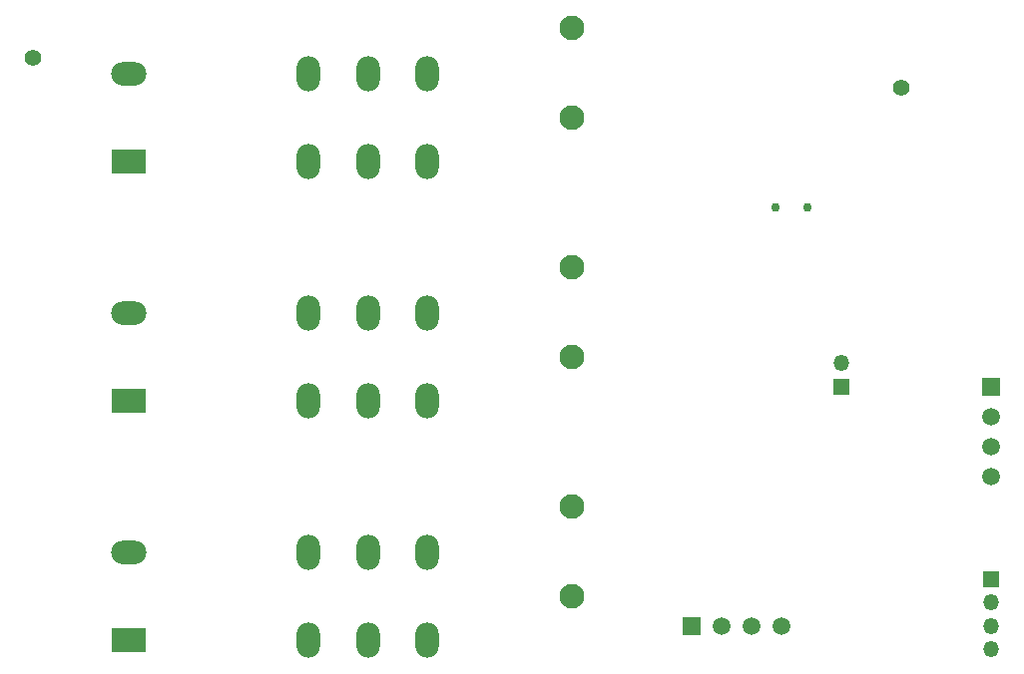
<source format=gbr>
%TF.GenerationSoftware,KiCad,Pcbnew,7.0.9*%
%TF.CreationDate,2023-12-03T00:18:19-03:00*%
%TF.ProjectId,E3,45332e6b-6963-4616-945f-706362585858,rev?*%
%TF.SameCoordinates,Original*%
%TF.FileFunction,Soldermask,Bot*%
%TF.FilePolarity,Negative*%
%FSLAX46Y46*%
G04 Gerber Fmt 4.6, Leading zero omitted, Abs format (unit mm)*
G04 Created by KiCad (PCBNEW 7.0.9) date 2023-12-03 00:18:19*
%MOMM*%
%LPD*%
G01*
G04 APERTURE LIST*
%ADD10C,1.400000*%
%ADD11R,1.500000X1.500000*%
%ADD12C,1.500000*%
%ADD13O,2.000000X3.000000*%
%ADD14R,3.000000X2.000000*%
%ADD15O,3.000000X2.000000*%
%ADD16R,1.350000X1.350000*%
%ADD17O,1.350000X1.350000*%
%ADD18C,0.750000*%
%ADD19C,2.100000*%
G04 APERTURE END LIST*
D10*
%TO.C,REF\u002A\u002A*%
X157480000Y-45720000D03*
%TD*%
%TO.C,REF\u002A\u002A*%
X83820000Y-43180000D03*
%TD*%
D11*
%TO.C,U3*%
X165100000Y-71120000D03*
D12*
X165100000Y-73660000D03*
X165100000Y-76200000D03*
X165100000Y-78740000D03*
%TD*%
D11*
%TO.C,U2*%
X139700000Y-91440000D03*
D12*
X142240000Y-91440000D03*
X144780000Y-91440000D03*
X147320000Y-91440000D03*
%TD*%
D13*
%TO.C,K3*%
X112290000Y-92650000D03*
X112290000Y-85150000D03*
X107250000Y-92650000D03*
X107250000Y-85150000D03*
X117330000Y-92650000D03*
X117330000Y-85150000D03*
D14*
X91990000Y-92650000D03*
D15*
X91990000Y-85150000D03*
%TD*%
D13*
%TO.C,K2*%
X112290000Y-72330000D03*
X112290000Y-64830000D03*
X107250000Y-72330000D03*
X107250000Y-64830000D03*
X117330000Y-72330000D03*
X117330000Y-64830000D03*
D14*
X91990000Y-72330000D03*
D15*
X91990000Y-64830000D03*
%TD*%
D13*
%TO.C,K1*%
X112290000Y-52010000D03*
X112290000Y-44510000D03*
X107250000Y-52010000D03*
X107250000Y-44510000D03*
X117330000Y-52010000D03*
X117330000Y-44510000D03*
D14*
X91990000Y-52010000D03*
D15*
X91990000Y-44510000D03*
%TD*%
D16*
%TO.C,J5*%
X152400000Y-71120000D03*
D17*
X152400000Y-69120000D03*
%TD*%
D16*
%TO.C,J2*%
X165100000Y-87440000D03*
D17*
X165100000Y-89440000D03*
X165100000Y-91440000D03*
X165100000Y-93440000D03*
%TD*%
D18*
%TO.C,J1*%
X146795000Y-55915000D03*
X149545000Y-55915000D03*
%TD*%
D19*
%TO.C,H6*%
X129540000Y-88900000D03*
%TD*%
%TO.C,H5*%
X129540000Y-81280000D03*
%TD*%
%TO.C,H4*%
X129540000Y-68580000D03*
%TD*%
%TO.C,H3*%
X129540000Y-60960000D03*
%TD*%
%TO.C,H2*%
X129540000Y-48260000D03*
%TD*%
%TO.C,H1*%
X129540000Y-40640000D03*
%TD*%
M02*

</source>
